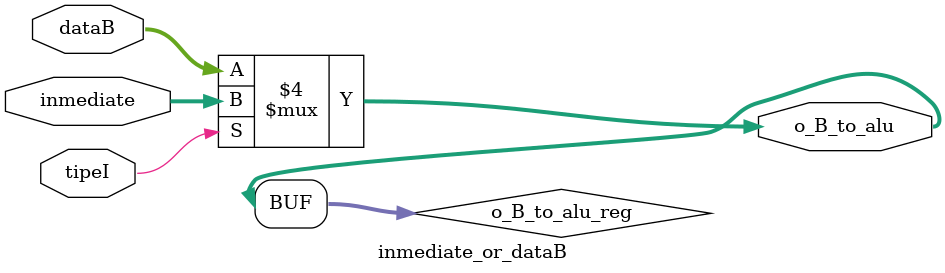
<source format=v>

module inmediate_or_dataB
#(
    parameter NB_DATA = 32
) 
(
    input wire tipeI,
    input wire [NB_DATA-1:0]inmediate,
    input wire [NB_DATA-1:0]dataB,
    output wire [NB_DATA-1:0]o_B_to_alu
);
    
  reg [NB_DATA-1:0]o_B_to_alu_reg;

  assign o_B_to_alu = o_B_to_alu_reg;

always @(*) begin
    if (tipeI == 1'b1) begin
      o_B_to_alu_reg = inmediate;
    end
    else begin
      o_B_to_alu_reg = dataB;
    end
end


endmodule
</source>
